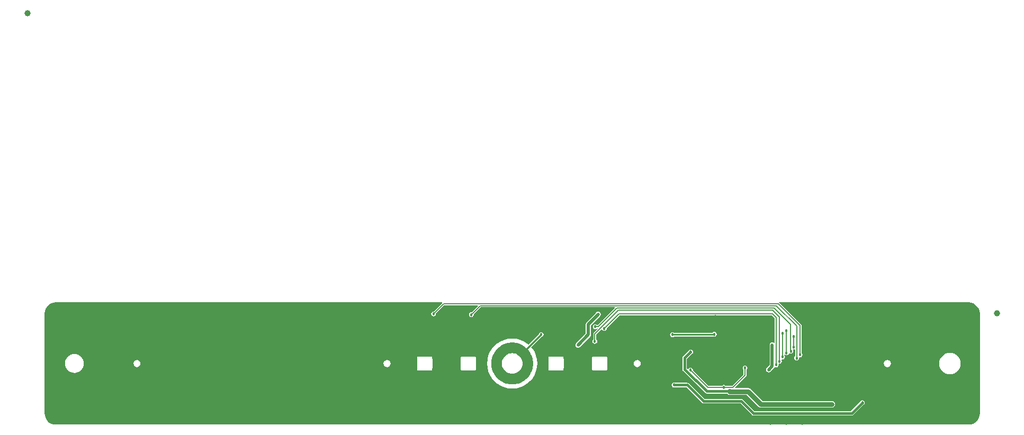
<source format=gtl>
G04 Layer_Physical_Order=1*
G04 Layer_Color=255*
%FSLAX25Y25*%
%MOIN*%
G70*
G01*
G75*
%ADD10C,0.06693*%
%ADD11C,0.03937*%
%ADD12C,0.01000*%
%ADD13C,0.01500*%
%ADD14C,0.03000*%
%ADD15C,0.00600*%
%ADD16C,0.02000*%
%ADD17C,0.01800*%
G36*
X288769Y38369D02*
X290083Y37970D01*
X291295Y37323D01*
X292357Y36451D01*
X293228Y35389D01*
X293876Y34178D01*
X294275Y32863D01*
X294409Y31500D01*
Y-31500D01*
X294275Y-32863D01*
X293876Y-34178D01*
X293228Y-35389D01*
X292357Y-36451D01*
X291295Y-37323D01*
X290083Y-37970D01*
X288769Y-38369D01*
X287403Y-38504D01*
X287402Y-38503D01*
X-287402D01*
X-287403Y-38504D01*
X-288769Y-38369D01*
X-290083Y-37970D01*
X-291295Y-37323D01*
X-292357Y-36451D01*
X-293228Y-35389D01*
X-293876Y-34178D01*
X-294275Y-32863D01*
X-294409Y-31500D01*
Y-31496D01*
X-294409Y-31496D01*
Y31496D01*
X-294409Y31496D01*
Y31500D01*
X-294275Y32863D01*
X-293876Y34178D01*
X-293228Y35389D01*
X-292357Y36451D01*
X-291295Y37323D01*
X-290083Y37970D01*
X-288769Y38369D01*
X-287403Y38504D01*
X-287402Y38503D01*
X-44248D01*
X-44056Y38041D01*
X-49307Y32791D01*
X-49500Y32829D01*
X-50085Y32713D01*
X-50581Y32381D01*
X-50913Y31885D01*
X-51029Y31300D01*
X-50913Y30715D01*
X-50581Y30219D01*
X-50085Y29887D01*
X-49500Y29771D01*
X-48915Y29887D01*
X-48419Y30219D01*
X-48087Y30715D01*
X-47971Y31300D01*
X-48009Y31493D01*
X-42820Y36682D01*
X-21769D01*
X-21577Y36220D01*
X-25507Y32291D01*
X-25700Y32329D01*
X-26285Y32213D01*
X-26781Y31881D01*
X-27113Y31385D01*
X-27229Y30800D01*
X-27113Y30215D01*
X-26781Y29719D01*
X-26285Y29387D01*
X-25700Y29271D01*
X-25115Y29387D01*
X-24619Y29719D01*
X-24287Y30215D01*
X-24171Y30800D01*
X-24209Y30993D01*
X-19720Y35482D01*
X64531D01*
X64723Y35020D01*
X53901Y24199D01*
X53404Y24248D01*
X53381Y24281D01*
X52885Y24613D01*
X52300Y24729D01*
X51715Y24613D01*
X51219Y24281D01*
X50887Y23785D01*
X50771Y23200D01*
X50887Y22615D01*
X51219Y22119D01*
X51715Y21787D01*
X52300Y21671D01*
X52885Y21787D01*
X53345Y22094D01*
X53824Y21949D01*
X53877Y21820D01*
X51351Y19294D01*
X51152Y18997D01*
X51082Y18646D01*
Y15091D01*
X50919Y14981D01*
X50587Y14485D01*
X50471Y13900D01*
X50587Y13315D01*
X50919Y12819D01*
X51415Y12487D01*
X52000Y12371D01*
X52585Y12487D01*
X53081Y12819D01*
X53413Y13315D01*
X53529Y13900D01*
X53413Y14485D01*
X53081Y14981D01*
X52918Y15091D01*
Y18266D01*
X56140Y21488D01*
X56638Y21439D01*
X56919Y21019D01*
X57415Y20687D01*
X58000Y20571D01*
X58585Y20687D01*
X59081Y21019D01*
X59413Y21515D01*
X59529Y22100D01*
X59474Y22377D01*
X67480Y30382D01*
X163420D01*
X165282Y28520D01*
Y22500D01*
Y21700D01*
Y13240D01*
X164963Y13026D01*
X164841Y12962D01*
X164324Y13307D01*
X163700Y13431D01*
X163076Y13307D01*
X162547Y12954D01*
X162193Y12424D01*
X162069Y11800D01*
Y-1124D01*
X160346Y-2847D01*
X159993Y-3376D01*
X159869Y-4000D01*
X159993Y-4624D01*
X160346Y-5153D01*
X160876Y-5507D01*
X161500Y-5631D01*
X162124Y-5507D01*
X162654Y-5153D01*
X164854Y-2953D01*
X165207Y-2424D01*
X165216Y-2378D01*
X165615Y-2213D01*
X166200Y-2329D01*
X166785Y-2213D01*
X167281Y-1881D01*
X167613Y-1385D01*
X167729Y-800D01*
X167655Y-425D01*
X168008Y-71D01*
X168300Y-129D01*
X168885Y-13D01*
X169381Y319D01*
X169713Y815D01*
X169829Y1400D01*
X169713Y1985D01*
X169473Y2344D01*
X169751Y2760D01*
X170200Y2671D01*
X170785Y2787D01*
X171281Y3119D01*
X171613Y3615D01*
X171729Y4200D01*
X171613Y4785D01*
X171315Y5232D01*
X171668Y5585D01*
X172115Y5287D01*
X172700Y5171D01*
X173285Y5287D01*
X173781Y5619D01*
X174113Y6115D01*
X174113Y6115D01*
Y6115D01*
X174186Y6330D01*
X174660Y6491D01*
X174815Y6387D01*
X175400Y6271D01*
X175985Y6387D01*
X176481Y6719D01*
X176813Y7215D01*
X176929Y7800D01*
X176813Y8385D01*
X176743Y8491D01*
X177020Y8906D01*
X177200Y8871D01*
X177785Y8987D01*
X178182Y8775D01*
Y4591D01*
X178019Y4481D01*
X177687Y3985D01*
X177571Y3400D01*
X177687Y2815D01*
X178019Y2319D01*
X178515Y1987D01*
X179100Y1871D01*
X179685Y1987D01*
X180181Y2319D01*
X180513Y2815D01*
X180629Y3400D01*
X180576Y3671D01*
X180929Y4025D01*
X181200Y3971D01*
X181785Y4087D01*
X182281Y4419D01*
X182613Y4915D01*
X182729Y5500D01*
X182613Y6085D01*
X182281Y6581D01*
X182118Y6691D01*
Y24000D01*
X182059Y24293D01*
X182048Y24351D01*
X181849Y24649D01*
X168249Y38249D01*
X167951Y38448D01*
D01*
X167951D01*
Y38448D01*
D01*
D01*
Y38448D01*
X167951Y38448D01*
D01*
D01*
D01*
D01*
X167957Y38503D01*
X287402D01*
X287403Y38504D01*
X288769Y38369D01*
D02*
G37*
%LPC*%
G36*
X31496Y4410D02*
X23622D01*
X23290Y4344D01*
X23009Y4156D01*
X22821Y3875D01*
X22755Y3543D01*
Y-3543D01*
X22755Y-3543D01*
X22755D01*
X22821Y-3875D01*
X23009Y-4156D01*
X23290Y-4344D01*
X23622Y-4410D01*
X31496D01*
X31828Y-4344D01*
X32109Y-4156D01*
X32297Y-3875D01*
X32363Y-3543D01*
Y-3161D01*
X32474Y-2600D01*
X32445Y-2450D01*
X32474Y-2300D01*
X32415Y-2000D01*
X32474Y-1700D01*
X32415Y-1400D01*
X32474Y-1100D01*
X32415Y-800D01*
X32474Y-500D01*
X32415Y-200D01*
X32474Y100D01*
X32415Y400D01*
X32474Y700D01*
X32415Y1000D01*
X32474Y1300D01*
X32415Y1600D01*
X32474Y1900D01*
X32405Y2250D01*
X32474Y2600D01*
X32363Y3161D01*
Y3543D01*
X32297Y3875D01*
X32109Y4156D01*
X31828Y4344D01*
X31496Y4410D01*
D02*
G37*
G36*
X-51181D02*
X-59055D01*
X-59387Y4344D01*
X-59668Y4156D01*
X-59856Y3875D01*
X-59922Y3543D01*
Y-3543D01*
X-59856Y-3875D01*
X-59668Y-4156D01*
X-59387Y-4344D01*
X-59055Y-4410D01*
X-51181D01*
X-50849Y-4344D01*
X-50568Y-4156D01*
X-50380Y-3875D01*
X-50314Y-3543D01*
D01*
D01*
D01*
D01*
D01*
D01*
X-50314D01*
D01*
D01*
D01*
Y-3543D01*
X-50314Y-3543D01*
D01*
D01*
D01*
D01*
D01*
D01*
D01*
D01*
D01*
D01*
D01*
Y-3506D01*
X-50314Y-3161D01*
X-50203Y-2600D01*
X-50233Y-2450D01*
X-50203Y-2300D01*
X-50262Y-2000D01*
X-50203Y-1700D01*
X-50262Y-1400D01*
X-50203Y-1100D01*
X-50262Y-800D01*
X-50203Y-500D01*
X-50262Y-200D01*
X-50203Y100D01*
X-50262Y400D01*
X-50203Y700D01*
X-50262Y1000D01*
X-50203Y1300D01*
X-50262Y1600D01*
X-50203Y1900D01*
X-50272Y2250D01*
X-50203Y2600D01*
X-50314Y3161D01*
Y3543D01*
X-50380Y3875D01*
X-50568Y4156D01*
X-50849Y4344D01*
X-51181Y4410D01*
D02*
G37*
G36*
X-23622D02*
X-31496D01*
X-31828Y4344D01*
X-32109Y4156D01*
X-32297Y3875D01*
X-32363Y3543D01*
Y-3543D01*
X-32297Y-3875D01*
X-32109Y-4156D01*
X-31828Y-4344D01*
X-31496Y-4410D01*
X-23622D01*
X-23290Y-4344D01*
X-23009Y-4156D01*
X-22821Y-3875D01*
X-22755Y-3543D01*
D01*
D01*
D01*
D01*
D01*
D01*
X-22755D01*
D01*
D01*
D01*
Y-3543D01*
X-22755Y-3543D01*
D01*
D01*
D01*
D01*
D01*
D01*
D01*
D01*
D01*
D01*
D01*
Y-3506D01*
X-22755Y-3161D01*
X-22644Y-2600D01*
X-22674Y-2450D01*
X-22644Y-2300D01*
X-22704Y-2000D01*
X-22644Y-1700D01*
X-22704Y-1400D01*
X-22644Y-1100D01*
X-22704Y-800D01*
X-22644Y-500D01*
X-22704Y-200D01*
X-22644Y100D01*
X-22704Y400D01*
X-22644Y700D01*
X-22704Y1000D01*
X-22644Y1300D01*
X-22704Y1600D01*
X-22644Y1900D01*
X-22713Y2250D01*
X-22644Y2600D01*
X-22755Y3161D01*
Y3543D01*
X-22821Y3875D01*
X-23009Y4156D01*
X-23290Y4344D01*
X-23622Y4410D01*
D02*
G37*
G36*
X-275591Y5934D02*
X-276748Y5820D01*
X-277862Y5483D01*
X-278888Y4934D01*
X-279787Y4196D01*
X-280525Y3297D01*
X-281073Y2271D01*
X-281411Y1158D01*
X-281525Y0D01*
X-281411Y-1158D01*
X-281073Y-2271D01*
X-280525Y-3297D01*
X-279787Y-4196D01*
X-278888Y-4934D01*
X-277862Y-5482D01*
X-276748Y-5820D01*
X-275591Y-5934D01*
X-274433Y-5820D01*
X-273320Y-5482D01*
X-272294Y-4934D01*
X-271395Y-4196D01*
X-270657Y-3297D01*
X-270108Y-2271D01*
X-269771Y-1158D01*
X-269657Y0D01*
X-269771Y1158D01*
X-270108Y2271D01*
X-270657Y3297D01*
X-271395Y4196D01*
X-272294Y4934D01*
X-273320Y5483D01*
X-274433Y5820D01*
X-275591Y5934D01*
D02*
G37*
G36*
X101900Y-11971D02*
X101315Y-12087D01*
X100819Y-12419D01*
X100487Y-12915D01*
X100371Y-13500D01*
X100487Y-14085D01*
X100819Y-14581D01*
X101315Y-14913D01*
X101900Y-15029D01*
X102485Y-14913D01*
X102540Y-14876D01*
X109530D01*
X119427Y-24773D01*
D01*
X119427Y-24773D01*
X119427Y-24773D01*
D01*
D01*
D01*
X119427Y-24773D01*
Y-24773D01*
X119873Y-25072D01*
X120400Y-25176D01*
X143730D01*
X150827Y-32273D01*
X151273Y-32572D01*
X151800Y-32676D01*
X213800D01*
X214327Y-32572D01*
X214773Y-32273D01*
X220921Y-26126D01*
X220985Y-26113D01*
X221481Y-25781D01*
X221813Y-25285D01*
X221929Y-24700D01*
X221813Y-24115D01*
X221481Y-23619D01*
X220985Y-23287D01*
X220400Y-23171D01*
X219815Y-23287D01*
X219319Y-23619D01*
X218987Y-24115D01*
X218974Y-24179D01*
X213230Y-29924D01*
X152370D01*
X145273Y-22827D01*
X144827Y-22528D01*
X144300Y-22424D01*
X120970D01*
X111073Y-12527D01*
X110627Y-12228D01*
X110100Y-12124D01*
X102540D01*
X102485Y-12087D01*
X101900Y-11971D01*
D02*
G37*
G36*
X112327Y8756D02*
X111742Y8640D01*
X111245Y8308D01*
X110914Y7812D01*
X110901Y7748D01*
X107627Y4473D01*
X107328Y4027D01*
X107224Y3500D01*
Y-3682D01*
X107223Y-3682D01*
X107224D01*
X107328Y-4209D01*
X107627Y-4655D01*
X121449Y-18477D01*
X121449Y-18477D01*
X121895Y-18776D01*
Y-18776D01*
X121895Y-18776D01*
D01*
D01*
D01*
X121895D01*
Y-18776D01*
D01*
X121895Y-18776D01*
X121895Y-18776D01*
X122422Y-18880D01*
X122422Y-18880D01*
X135298D01*
X135390Y-19018D01*
X135486Y-19114D01*
X136181Y-19578D01*
Y-19578D01*
X136181Y-19578D01*
D01*
D01*
D01*
X136181D01*
Y-19578D01*
D01*
X136181Y-19578D01*
X136181Y-19578D01*
X137000Y-19741D01*
X147713D01*
X155186Y-27214D01*
X155186Y-27214D01*
X155186D01*
X155186Y-27214D01*
X155186D01*
X155186Y-27214D01*
Y-27214D01*
Y-27214D01*
D01*
D01*
X155186D01*
Y-27214D01*
X155881Y-27678D01*
X156700Y-27841D01*
X201100D01*
X201919Y-27678D01*
X202614Y-27214D01*
X203078Y-26519D01*
X203241Y-25700D01*
X203078Y-24881D01*
X202614Y-24186D01*
X201919Y-23722D01*
X201100Y-23559D01*
X157587D01*
X150114Y-16086D01*
X149419Y-15622D01*
Y-15622D01*
X149419D01*
D01*
D01*
D01*
D01*
X149419D01*
Y-15622D01*
D01*
D01*
X149419Y-15622D01*
X149419Y-15622D01*
X149419Y-15622D01*
X149419D01*
X148600Y-15459D01*
X140392D01*
X140201Y-14997D01*
X147249Y-7949D01*
X147448Y-7651D01*
X147459Y-7593D01*
X147518Y-7300D01*
Y-3991D01*
X147681Y-3881D01*
X148013Y-3385D01*
X148129Y-2800D01*
X148013Y-2215D01*
X147681Y-1719D01*
X147185Y-1387D01*
X146600Y-1271D01*
X146015Y-1387D01*
X145519Y-1719D01*
X145187Y-2215D01*
X145071Y-2800D01*
X145187Y-3385D01*
X145519Y-3881D01*
X145682Y-3991D01*
Y-6920D01*
X138520Y-14082D01*
X134391D01*
X134281Y-13919D01*
X133785Y-13587D01*
X133200Y-13471D01*
X132615Y-13587D01*
X132119Y-13919D01*
X132009Y-14082D01*
X123480D01*
X113691Y-4293D01*
X113729Y-4100D01*
X113613Y-3515D01*
X113281Y-3019D01*
X112785Y-2687D01*
X112200Y-2571D01*
X111615Y-2687D01*
X111119Y-3019D01*
X110843Y-3432D01*
X110345Y-3480D01*
X109976Y-3112D01*
Y2930D01*
X112848Y5801D01*
X112912Y5814D01*
X113408Y6145D01*
X113740Y6641D01*
X113856Y7227D01*
X113740Y7812D01*
X113408Y8308D01*
X112912Y8640D01*
X112327Y8756D01*
D02*
G37*
G36*
X275591Y6788D02*
X274266Y6658D01*
X272993Y6272D01*
X271819Y5644D01*
X270791Y4800D01*
X269947Y3771D01*
X269319Y2598D01*
X268933Y1324D01*
X268802Y0D01*
X268933Y-1324D01*
X269319Y-2598D01*
X269947Y-3771D01*
X270791Y-4800D01*
X271819Y-5644D01*
X272993Y-6271D01*
X274266Y-6658D01*
X275591Y-6788D01*
X276915Y-6658D01*
X278188Y-6271D01*
X279362Y-5644D01*
X280391Y-4800D01*
X281235Y-3771D01*
X281862Y-2598D01*
X282248Y-1324D01*
X282379Y0D01*
X282248Y1324D01*
X281862Y2598D01*
X281235Y3771D01*
X280391Y4800D01*
X279362Y5644D01*
X278188Y6272D01*
X276915Y6658D01*
X275591Y6788D01*
D02*
G37*
G36*
X59055Y4410D02*
X51181D01*
X50849Y4344D01*
X50568Y4156D01*
X50380Y3875D01*
X50314Y3543D01*
Y-3543D01*
X50380Y-3875D01*
X50568Y-4156D01*
X50849Y-4344D01*
X51181Y-4410D01*
X59055D01*
X59387Y-4344D01*
X59668Y-4156D01*
X59856Y-3875D01*
X59922Y-3543D01*
D01*
D01*
D01*
D01*
D01*
D01*
X59922D01*
D01*
D01*
D01*
Y-3543D01*
X59922Y-3543D01*
D01*
D01*
D01*
D01*
D01*
D01*
D01*
D01*
D01*
D01*
D01*
Y-3506D01*
X59922Y-3161D01*
X60033Y-2600D01*
X60004Y-2450D01*
X60033Y-2300D01*
X59974Y-2000D01*
X60033Y-1700D01*
X59974Y-1400D01*
X60033Y-1100D01*
X59974Y-800D01*
X60033Y-500D01*
X59974Y-200D01*
X60033Y100D01*
X59974Y400D01*
X60033Y700D01*
X59974Y1000D01*
X60033Y1300D01*
X59974Y1600D01*
X60033Y1900D01*
X59964Y2250D01*
X60033Y2600D01*
X59922Y3161D01*
Y3543D01*
X59856Y3875D01*
X59668Y4156D01*
X59387Y4344D01*
X59055Y4410D01*
D02*
G37*
G36*
X18268Y19797D02*
X17683Y19681D01*
X17186Y19349D01*
X16855Y18853D01*
X16752Y18339D01*
X10315Y11901D01*
X9285Y12780D01*
X7172Y14075D01*
X4882Y15024D01*
X2471Y15602D01*
X0Y15797D01*
X-2471Y15602D01*
X-4882Y15024D01*
X-7172Y14075D01*
X-9285Y12780D01*
X-11170Y11170D01*
X-12780Y9285D01*
X-14075Y7172D01*
X-15024Y4882D01*
X-15602Y2471D01*
X-15797Y0D01*
X-15602Y-2471D01*
X-15024Y-4882D01*
X-14075Y-7172D01*
X-12780Y-9285D01*
X-11170Y-11170D01*
X-9285Y-12780D01*
X-7172Y-14075D01*
X-4882Y-15024D01*
X-2471Y-15602D01*
X0Y-15797D01*
X2471Y-15602D01*
X4882Y-15024D01*
X7172Y-14075D01*
X9285Y-12780D01*
X11170Y-11170D01*
X12780Y-9285D01*
X14075Y-7172D01*
X15024Y-4882D01*
X15602Y-2471D01*
X15797Y0D01*
X15602Y2471D01*
X15024Y4882D01*
X14075Y7172D01*
X12780Y9285D01*
X11901Y10315D01*
X18339Y16752D01*
X18853Y16855D01*
X19349Y17186D01*
X19681Y17683D01*
X19797Y18268D01*
X19681Y18853D01*
X19349Y19349D01*
X18853Y19681D01*
X18268Y19797D01*
D02*
G37*
G36*
X127200Y19929D02*
X126615Y19813D01*
X126119Y19481D01*
X126012Y19321D01*
X101921D01*
X101485Y19613D01*
X100900Y19729D01*
X100315Y19613D01*
X99819Y19281D01*
X99487Y18785D01*
X99371Y18200D01*
X99487Y17615D01*
X99819Y17119D01*
X100315Y16787D01*
X100900Y16671D01*
X101485Y16787D01*
X101921Y17078D01*
X126478D01*
X126615Y16987D01*
X127200Y16871D01*
X127785Y16987D01*
X128281Y17319D01*
X128613Y17815D01*
X128729Y18400D01*
X128613Y18985D01*
X128281Y19481D01*
X127785Y19813D01*
X127200Y19929D01*
D02*
G37*
G36*
X54200Y32731D02*
X53576Y32607D01*
X53047Y32254D01*
X52693Y31724D01*
X52687Y31694D01*
X46847Y25853D01*
X46493Y25324D01*
X46369Y24700D01*
Y18876D01*
X40246Y12754D01*
X39893Y12224D01*
X39769Y11600D01*
X39893Y10976D01*
X40246Y10447D01*
X40776Y10093D01*
X41400Y9969D01*
X42024Y10093D01*
X42553Y10447D01*
X49154Y17047D01*
X49507Y17576D01*
X49631Y18200D01*
D01*
D01*
D01*
D01*
D01*
X49631D01*
D01*
D01*
D01*
D01*
Y18200D01*
X49631D01*
D01*
Y18200D01*
D01*
D01*
D01*
D01*
D01*
D01*
D01*
D01*
D01*
D01*
D01*
D01*
Y18200D01*
D01*
X49631D01*
D01*
D01*
D01*
D01*
X49631Y18200D01*
Y24024D01*
X55353Y29746D01*
X55707Y30276D01*
X55831Y30900D01*
D01*
D01*
D01*
D01*
D01*
D01*
X55831D01*
D01*
D01*
D01*
D01*
D01*
D01*
D01*
X55831D01*
Y30900D01*
D01*
D01*
D01*
D01*
Y30900D01*
D01*
D01*
D01*
D01*
D01*
D01*
D01*
D01*
Y30900D01*
D01*
X55831Y31100D01*
D01*
X55831Y31100D01*
X55831D01*
D01*
D01*
D01*
D01*
D01*
X55792Y31296D01*
X55792Y31296D01*
D01*
D01*
D01*
X55785Y31335D01*
X55707Y31724D01*
Y31724D01*
D01*
D01*
D01*
D01*
D01*
X55707Y31724D01*
X55353Y32254D01*
X54824Y32607D01*
X54200Y32731D01*
D02*
G37*
G36*
X236221Y2217D02*
X235372Y2049D01*
X234652Y1568D01*
X234172Y849D01*
X234003Y0D01*
X234172Y-848D01*
X234652Y-1568D01*
X235372Y-2049D01*
X236221Y-2217D01*
X237069Y-2049D01*
X237788Y-1568D01*
X238269Y-848D01*
X238438Y0D01*
X238269Y849D01*
X237788Y1568D01*
X237069Y2049D01*
X236221Y2217D01*
D02*
G37*
G36*
X-236221D02*
X-237069Y2049D01*
X-237788Y1568D01*
X-238269Y849D01*
X-238438Y0D01*
X-238269Y-848D01*
X-237788Y-1568D01*
X-237069Y-2049D01*
X-236221Y-2217D01*
X-235372Y-2049D01*
X-234652Y-1568D01*
X-234172Y-848D01*
X-234003Y0D01*
X-234172Y849D01*
X-234652Y1568D01*
X-235372Y2049D01*
X-236221Y2217D01*
D02*
G37*
G36*
X-78740D02*
X-79589Y2049D01*
X-80308Y1568D01*
X-80789Y849D01*
X-80958Y0D01*
X-80789Y-848D01*
X-80308Y-1568D01*
X-79589Y-2049D01*
X-78740Y-2217D01*
X-77892Y-2049D01*
X-77172Y-1568D01*
X-76692Y-848D01*
X-76523Y0D01*
X-76692Y849D01*
X-77172Y1568D01*
X-77892Y2049D01*
X-78740Y2217D01*
D02*
G37*
G36*
X78740D02*
X77892Y2049D01*
X77172Y1568D01*
X76692Y849D01*
X76523Y0D01*
X76692Y-848D01*
X77172Y-1568D01*
X77892Y-2049D01*
X78740Y-2217D01*
X79589Y-2049D01*
X80308Y-1568D01*
X80789Y-848D01*
X80958Y0D01*
X80789Y849D01*
X80308Y1568D01*
X79589Y2049D01*
X78740Y2217D01*
D02*
G37*
%LPD*%
D10*
X9843Y0D02*
X9792Y996D01*
X9641Y1981D01*
X9391Y2946D01*
X9045Y3881D01*
X8606Y4777D01*
X8078Y5623D01*
X7468Y6411D01*
X6781Y7134D01*
X6025Y7783D01*
X5206Y8353D01*
X4335Y8837D01*
X3418Y9230D01*
X2467Y9528D01*
X1490Y9729D01*
X499Y9830D01*
X-499D01*
X-1490Y9729D01*
X-2467Y9528D01*
X-3418Y9230D01*
X-4335Y8837D01*
X-5206Y8353D01*
X-6025Y7783D01*
X-6781Y7134D01*
X-7468Y6411D01*
X-8078Y5623D01*
X-8606Y4777D01*
X-9045Y3881D01*
X-9391Y2946D01*
X-9641Y1981D01*
X-9792Y996D01*
X-9843Y-0D01*
X-9792Y-996D01*
X-9641Y-1981D01*
X-9391Y-2946D01*
X-9045Y-3881D01*
X-8606Y-4777D01*
X-8078Y-5623D01*
X-7468Y-6411D01*
X-6781Y-7134D01*
X-6025Y-7783D01*
X-5206Y-8353D01*
X-4335Y-8837D01*
X-3418Y-9230D01*
X-2467Y-9528D01*
X-1490Y-9729D01*
X-499Y-9830D01*
X499D01*
X1491Y-9729D01*
X2467Y-9528D01*
X3418Y-9230D01*
X4335Y-8837D01*
X5206Y-8353D01*
X6025Y-7783D01*
X6781Y-7134D01*
X7468Y-6411D01*
X8078Y-5623D01*
X8606Y-4777D01*
X9045Y-3881D01*
X9391Y-2946D01*
X9641Y-1981D01*
X9792Y-996D01*
X9843Y0D01*
D11*
X305118Y31496D02*
D03*
X-305118Y220472D02*
D03*
D12*
X8000Y8000D02*
X18268Y18268D01*
X100900Y18200D02*
X127000D01*
X127200Y18400D01*
D13*
X108600Y-3682D02*
X122422Y-17504D01*
X108600Y-3682D02*
Y3500D01*
X112327Y7227D01*
X122422Y-17504D02*
X136904D01*
X101900Y-13500D02*
X110100D01*
X120400Y-23800D01*
X144300D01*
X151800Y-31300D01*
X213800D01*
X220400Y-24700D01*
D14*
X136904Y-17504D02*
X137000Y-17600D01*
X148600D01*
X156700Y-25700D01*
X201100D01*
D15*
X133200Y-15000D02*
X138900D01*
X146600Y-7300D01*
Y-2800D01*
X112200Y-4100D02*
X123100Y-15000D01*
X133200D01*
X177100Y17000D02*
X177200Y16900D01*
Y10400D02*
Y16900D01*
X168200Y1500D02*
X168300Y1400D01*
X170200Y4200D02*
Y19100D01*
X166200Y-800D02*
Y28900D01*
X57900Y22100D02*
X58000D01*
X179100Y3400D02*
Y23600D01*
X166300Y36400D02*
X179100Y23600D01*
X163800Y31300D02*
X166200Y28900D01*
X67100Y31300D02*
X163800D01*
X181200Y5500D02*
Y24000D01*
X175300Y7900D02*
X175400Y7800D01*
X172700Y6700D02*
Y20600D01*
X175300Y7900D02*
Y24600D01*
X164900Y35000D02*
X175300Y24600D01*
X167600Y37600D02*
X181200Y24000D01*
X52000Y13900D02*
Y18646D01*
X66000Y35000D02*
X164900D01*
X168300Y1400D02*
Y29200D01*
X164000Y33500D02*
X168300Y29200D01*
X66854Y33500D02*
X164000D01*
X52000Y18646D02*
X66854Y33500D01*
X52300Y23200D02*
X54200D01*
X66000Y35000D01*
X-49500Y31300D02*
X-43200Y37600D01*
X167600D01*
X-20100Y36400D02*
X166300D01*
X-25700Y30800D02*
X-20100Y36400D01*
X57900Y22100D02*
X67100Y31300D01*
D16*
X161500Y-4000D02*
X163700Y-1800D01*
Y11800D01*
X54200Y30900D02*
Y31100D01*
X48000Y24700D02*
X54200Y30900D01*
X41400Y11600D02*
X48000Y18200D01*
Y24700D01*
D17*
X8000Y8000D02*
D03*
X18268Y18268D02*
D03*
X146000Y-13500D02*
D03*
X142500Y-28700D02*
D03*
X136100Y-28600D02*
D03*
X133800D02*
D03*
X74500Y-16000D02*
D03*
X201100Y-25700D02*
D03*
X-48000Y-16900D02*
D03*
X-65000Y-17000D02*
D03*
X-59000Y-16500D02*
D03*
X-190000Y5000D02*
D03*
X122500Y-28600D02*
D03*
X-68000Y-16900D02*
D03*
X112200Y-4100D02*
D03*
X82500Y10000D02*
D03*
X136904Y-17504D02*
D03*
X112327Y7227D02*
D03*
X127200Y18400D02*
D03*
X100900Y18200D02*
D03*
X146600Y-2800D02*
D03*
X-162500Y3300D02*
D03*
X-140000Y10000D02*
D03*
X-150000D02*
D03*
X-245000Y0D02*
D03*
Y10000D02*
D03*
Y-10000D02*
D03*
X-290000Y-35000D02*
D03*
Y-25000D02*
D03*
Y-5000D02*
D03*
Y-15000D02*
D03*
Y5000D02*
D03*
Y25000D02*
D03*
Y15000D02*
D03*
Y35000D02*
D03*
X157500Y-12500D02*
D03*
X163000D02*
D03*
X290000Y27500D02*
D03*
Y7500D02*
D03*
Y-2500D02*
D03*
Y-22500D02*
D03*
Y-12500D02*
D03*
Y-32500D02*
D03*
X-195000Y-35000D02*
D03*
X-185000D02*
D03*
X-205000D02*
D03*
X-225000D02*
D03*
X-215000D02*
D03*
X-235000D02*
D03*
X-255000D02*
D03*
X-245000D02*
D03*
X-265000D02*
D03*
X-275000D02*
D03*
X-195000Y-15000D02*
D03*
X-185000D02*
D03*
X-205000D02*
D03*
X-225000D02*
D03*
X-215000D02*
D03*
X-235000D02*
D03*
X-255000D02*
D03*
X-245000D02*
D03*
X-265000D02*
D03*
X-275000D02*
D03*
X-200000Y35000D02*
D03*
X-190000D02*
D03*
X-210000D02*
D03*
X-230000D02*
D03*
X-220000D02*
D03*
X-240000D02*
D03*
X-260000D02*
D03*
X-250000D02*
D03*
X-270000D02*
D03*
X-280000D02*
D03*
X-100000D02*
D03*
X-90000D02*
D03*
X-110000D02*
D03*
X-130000D02*
D03*
X-120000D02*
D03*
X-140000D02*
D03*
X-160000D02*
D03*
X-150000D02*
D03*
X-170000D02*
D03*
X-180000D02*
D03*
X-60000D02*
D03*
X-70000D02*
D03*
X-80000D02*
D03*
X-77500Y-22500D02*
D03*
X-87500D02*
D03*
X-107500D02*
D03*
X-97500D02*
D03*
X-117500D02*
D03*
X-127500D02*
D03*
X-105000Y0D02*
D03*
X-95000D02*
D03*
X-115000D02*
D03*
X-135000D02*
D03*
X-125000D02*
D03*
X-145000D02*
D03*
X-155000D02*
D03*
X10000Y17500D02*
D03*
X-7500D02*
D03*
X2500D02*
D03*
X-17500D02*
D03*
X-37500D02*
D03*
X-47500D02*
D03*
X-57500D02*
D03*
X240000Y36900D02*
D03*
X230000D02*
D03*
X250000D02*
D03*
X270000D02*
D03*
X260000D02*
D03*
X280000D02*
D03*
X290000D02*
D03*
X240000Y17500D02*
D03*
X230000D02*
D03*
X250000D02*
D03*
X270000D02*
D03*
X260000D02*
D03*
X280000D02*
D03*
X290000D02*
D03*
X260000Y0D02*
D03*
Y10000D02*
D03*
Y-10000D02*
D03*
Y-30000D02*
D03*
Y-20000D02*
D03*
X275000Y-22500D02*
D03*
Y-12500D02*
D03*
Y-32500D02*
D03*
X-203000Y5000D02*
D03*
X-212500D02*
D03*
X-222500D02*
D03*
X-172500Y2900D02*
D03*
X-182200Y2700D02*
D03*
X-162500Y-5000D02*
D03*
X-172500D02*
D03*
X-182500D02*
D03*
X-150000Y-20000D02*
D03*
X-160000D02*
D03*
X-170000D02*
D03*
X-135000Y-35000D02*
D03*
X-145000D02*
D03*
X-155000D02*
D03*
X47800Y9700D02*
D03*
X72500Y29000D02*
D03*
X69500D02*
D03*
X77500Y9900D02*
D03*
X85000Y5000D02*
D03*
Y-5000D02*
D03*
X220000Y27000D02*
D03*
X202300Y36500D02*
D03*
X220000Y-15000D02*
D03*
Y-5000D02*
D03*
Y5000D02*
D03*
X242500Y-15000D02*
D03*
Y5000D02*
D03*
X255000Y-15000D02*
D03*
Y-5000D02*
D03*
X254500Y7300D02*
D03*
X252500Y-30000D02*
D03*
X242500Y-32000D02*
D03*
X232500D02*
D03*
X-221000Y500D02*
D03*
X-235000Y7500D02*
D03*
X-238500Y-7500D02*
D03*
X-231500Y14000D02*
D03*
X-77500Y7500D02*
D03*
X-80000Y-7500D02*
D03*
X-76000Y12500D02*
D03*
X84900Y-500D02*
D03*
X67500Y10000D02*
D03*
X72500D02*
D03*
X31500Y13500D02*
D03*
X85000Y-10000D02*
D03*
X101300Y-7200D02*
D03*
X97000Y1500D02*
D03*
X102000Y15000D02*
D03*
Y11000D02*
D03*
Y4500D02*
D03*
X129400Y-28600D02*
D03*
X145000Y12500D02*
D03*
X161900Y25400D02*
D03*
X128000Y29500D02*
D03*
X135000Y600D02*
D03*
X125000D02*
D03*
X130000D02*
D03*
X135000Y5500D02*
D03*
X125000D02*
D03*
X130000D02*
D03*
X135000Y-4400D02*
D03*
X125000D02*
D03*
X130000D02*
D03*
X227400Y12800D02*
D03*
X207500Y36500D02*
D03*
Y27000D02*
D03*
X214000Y36500D02*
D03*
Y27000D02*
D03*
X254500Y10000D02*
D03*
X54200Y31100D02*
D03*
X48000Y24700D02*
D03*
X41400Y11600D02*
D03*
X101900Y-13500D02*
D03*
X133200Y-15000D02*
D03*
X242500Y-5000D02*
D03*
X220400Y-24700D02*
D03*
X177100Y17000D02*
D03*
X166200Y-800D02*
D03*
X161500Y-4000D02*
D03*
X163700Y11800D02*
D03*
X161300Y13600D02*
D03*
X177200Y10400D02*
D03*
X170200Y19100D02*
D03*
X168300Y1400D02*
D03*
X170200Y4200D02*
D03*
X52000Y13900D02*
D03*
X58000Y22100D02*
D03*
X179100Y3400D02*
D03*
X181200Y5500D02*
D03*
X172700Y6700D02*
D03*
X175400Y7800D02*
D03*
X52300Y23200D02*
D03*
X172500Y20800D02*
D03*
X242500Y-20000D02*
D03*
X147500Y25000D02*
D03*
X138500D02*
D03*
X142500Y28500D02*
D03*
X126500Y16000D02*
D03*
X95000Y-5000D02*
D03*
X67500Y20000D02*
D03*
X77500D02*
D03*
Y-15000D02*
D03*
X74500Y-12500D02*
D03*
X14500Y31500D02*
D03*
Y27500D02*
D03*
X95400Y-300D02*
D03*
X205000Y15700D02*
D03*
X193800Y15300D02*
D03*
X202200Y4400D02*
D03*
X182100Y-4200D02*
D03*
X200200Y-11500D02*
D03*
X200100Y-1700D02*
D03*
X205000Y-15000D02*
D03*
X200500Y-18500D02*
D03*
X214000Y-24500D02*
D03*
X169000Y-11500D02*
D03*
X151000Y-37000D02*
D03*
X36300Y-21000D02*
D03*
X60100Y-20600D02*
D03*
X45600Y-21100D02*
D03*
X-1100Y-21000D02*
D03*
X25800Y-21100D02*
D03*
X14000Y-20800D02*
D03*
X-21400Y-23800D02*
D03*
X-32000Y-18500D02*
D03*
X-10900Y-24000D02*
D03*
X-71500Y-28500D02*
D03*
X-51500D02*
D03*
X-61500D02*
D03*
X-17500Y27000D02*
D03*
X2500D02*
D03*
X-7500D02*
D03*
X45500Y-14000D02*
D03*
X89000Y16000D02*
D03*
X61000D02*
D03*
X100000Y23500D02*
D03*
X95500Y7500D02*
D03*
X96000Y27000D02*
D03*
X-125000Y-29000D02*
D03*
X-115000D02*
D03*
X-105000D02*
D03*
X-120000Y-37000D02*
D03*
X-110000D02*
D03*
X-100000D02*
D03*
X-90000D02*
D03*
X-80000D02*
D03*
X-70000D02*
D03*
X-62000D02*
D03*
X-52000D02*
D03*
X-42000D02*
D03*
X-34000D02*
D03*
X-24000D02*
D03*
X-14000D02*
D03*
X-3000D02*
D03*
X7000D02*
D03*
X17000D02*
D03*
X28000D02*
D03*
X38000D02*
D03*
X48000D02*
D03*
X59000D02*
D03*
X69000D02*
D03*
X79000D02*
D03*
X90000D02*
D03*
X100000D02*
D03*
X110000D02*
D03*
X120000D02*
D03*
X130000D02*
D03*
X140000D02*
D03*
X89800Y-30700D02*
D03*
X99800D02*
D03*
X109800D02*
D03*
X59000Y-30600D02*
D03*
X69000D02*
D03*
X79000D02*
D03*
X27700Y-30500D02*
D03*
X37700D02*
D03*
X47700D02*
D03*
X-3900Y-30600D02*
D03*
X6100D02*
D03*
X16100D02*
D03*
X-34900D02*
D03*
X-24900D02*
D03*
X-14900D02*
D03*
X-97100Y-29100D02*
D03*
X-87100D02*
D03*
X-77100D02*
D03*
X-120000Y-11300D02*
D03*
X-130000D02*
D03*
X-140000D02*
D03*
X-140700Y-27900D02*
D03*
X-150700D02*
D03*
X-160700D02*
D03*
X22600Y-24400D02*
D03*
X12600D02*
D03*
X2600D02*
D03*
X60400Y-24500D02*
D03*
X50400D02*
D03*
X40400D02*
D03*
X105800Y-24900D02*
D03*
X95800D02*
D03*
X69900Y-25200D02*
D03*
X104000Y-18500D02*
D03*
X94000D02*
D03*
X83300Y-16300D02*
D03*
X113400Y-20900D02*
D03*
X117600Y-16600D02*
D03*
X111100Y-10900D02*
D03*
X117500Y-25400D02*
D03*
X145700Y-29500D02*
D03*
X121200Y-20800D02*
D03*
X152200Y-26200D02*
D03*
X146800Y-22800D02*
D03*
X144400Y-21000D02*
D03*
X157400Y-21900D02*
D03*
X148300Y-13400D02*
D03*
X140800Y-10300D02*
D03*
X172200Y-28900D02*
D03*
X164100D02*
D03*
X165200Y-21800D02*
D03*
X182600Y-37600D02*
D03*
X172600D02*
D03*
X162600D02*
D03*
X270000Y-36700D02*
D03*
X260000D02*
D03*
X250000D02*
D03*
X253500Y-20000D02*
D03*
X245800Y-18800D02*
D03*
X246400Y-26100D02*
D03*
X51000Y34000D02*
D03*
X53000D02*
D03*
X55379Y18832D02*
D03*
X63000Y22000D02*
D03*
X39000Y23000D02*
D03*
Y26000D02*
D03*
X24000Y23000D02*
D03*
X45000Y27000D02*
D03*
X62000Y34000D02*
D03*
X56000Y29000D02*
D03*
X-49500Y31300D02*
D03*
X-25700Y30800D02*
D03*
M02*

</source>
